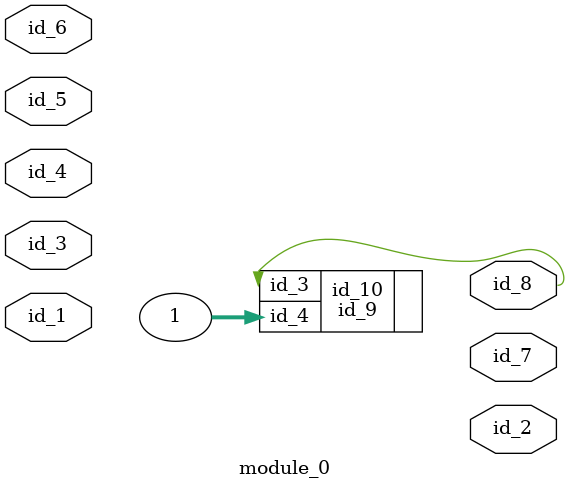
<source format=v>
`timescale 1ps / 1 ps
module module_0 (
    id_1,
    id_2,
    id_3,
    id_4,
    id_5,
    id_6,
    id_7,
    id_8
);
  output id_8;
  output id_7;
  input id_6;
  input id_5;
  input id_4;
  input id_3;
  output id_2;
  input id_1;
  id_9 id_10 (
      .id_3(id_8),
      .id_4(1)
  );
endmodule

</source>
